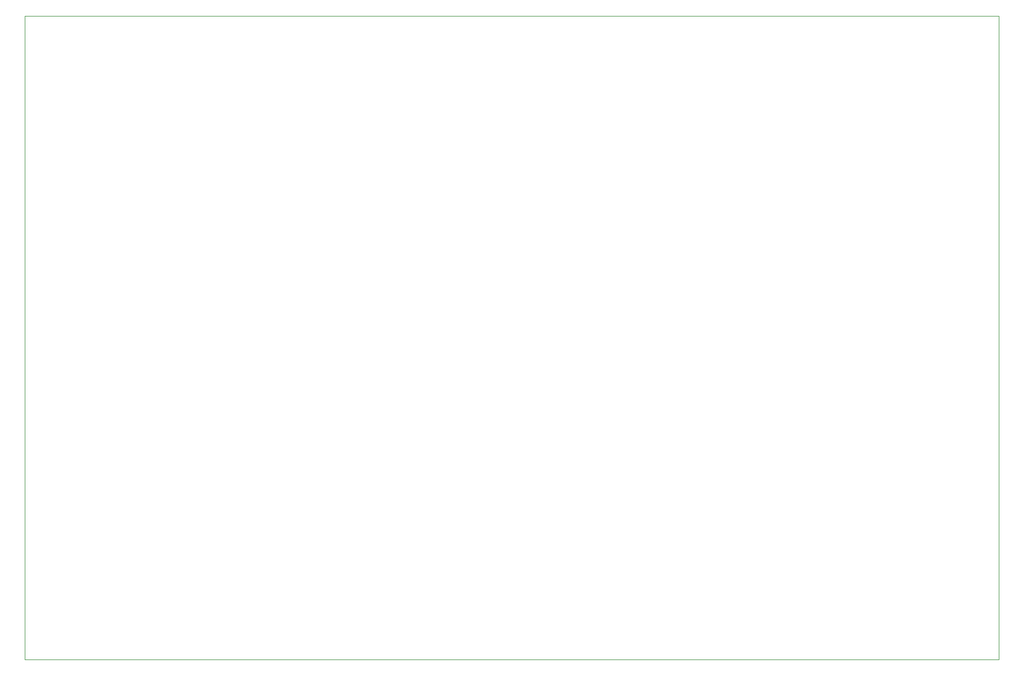
<source format=gbr>
%TF.GenerationSoftware,KiCad,Pcbnew,5.1.6-c6e7f7d~87~ubuntu16.04.1*%
%TF.CreationDate,2022-03-08T12:55:19-05:00*%
%TF.ProjectId,riscy_io,72697363-795f-4696-9f2e-6b696361645f,rev?*%
%TF.SameCoordinates,Original*%
%TF.FileFunction,Profile,NP*%
%FSLAX46Y46*%
G04 Gerber Fmt 4.6, Leading zero omitted, Abs format (unit mm)*
G04 Created by KiCad (PCBNEW 5.1.6-c6e7f7d~87~ubuntu16.04.1) date 2022-03-08 12:55:19*
%MOMM*%
%LPD*%
G01*
G04 APERTURE LIST*
%TA.AperFunction,Profile*%
%ADD10C,0.050000*%
%TD*%
G04 APERTURE END LIST*
D10*
X0Y-99060000D02*
X0Y0D01*
X149860000Y-99060000D02*
X0Y-99060000D01*
X149860000Y0D02*
X149860000Y-99060000D01*
X0Y0D02*
X149860000Y0D01*
M02*

</source>
